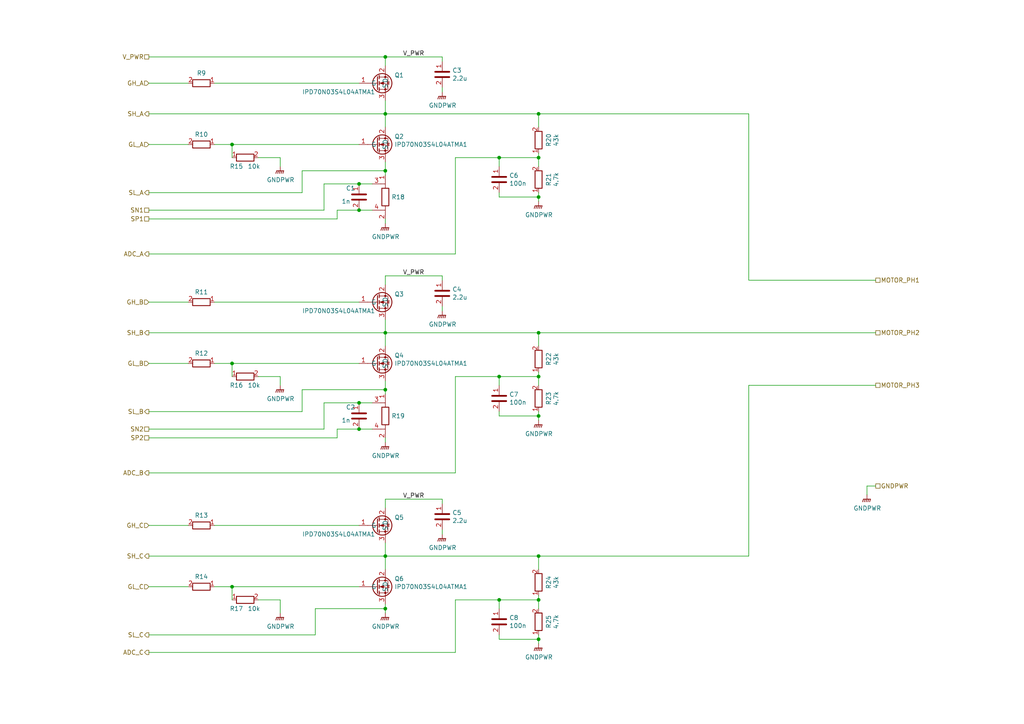
<source format=kicad_sch>
(kicad_sch (version 20211123) (generator eeschema)
  (paper "A4")
  (title_block (title "ESC Brushless - MOS power stage") (date "2021-02-09") (rev "1.0"))
  (lib_symbols
    (symbol "p_Passive:C_0603" (pin_names (offset 0) hide)
      (property "Reference" "C" (at 0 0 0))
      (property "Value" "C_0603" (at 0 0 0))
      (symbol "C_0603_1_1"
        (polyline (pts (xy -2.032 -0.762) (xy 2.032 -0.762)) (stroke (width 0.508)))
        (polyline (pts (xy -2.032 0.762) (xy 2.032 0.762)) (stroke (width 0.508)))
        (pin passive line (at 0 3.81 270) (length 2.794) (name "~") (number "1"))
        (pin passive line (at 0 -3.81 90) (length 2.794) (name "~") (number "2"))
      )
    )
    (symbol "p_Passive:C_0805" (pin_names (offset 0) hide)
      (property "Reference" "C" (at 0 0 0))
      (property "Value" "C_0805" (at 0 0 0))
      (symbol "C_0805_1_1"
        (polyline (pts (xy -2.032 -0.762) (xy 2.032 -0.762)) (stroke (width 0.508)))
        (polyline (pts (xy -2.032 0.762) (xy 2.032 0.762)) (stroke (width 0.508)))
        (pin passive line (at 0 3.81 270) (length 2.794) (name "~") (number "1"))
        (pin passive line (at 0 -3.81 90) (length 2.794) (name "~") (number "2"))
      )
    )
    (symbol "p_Passive:C_1210" (pin_names (offset 0) hide)
      (property "Reference" "C" (at 0 0 0))
      (property "Value" "C_1210" (at 0 0 0))
      (symbol "C_1210_1_1"
        (polyline (pts (xy -2.032 -0.762) (xy 2.032 -0.762)) (stroke (width 0.508)))
        (polyline (pts (xy -2.032 0.762) (xy 2.032 0.762)) (stroke (width 0.508)))
        (pin passive line (at 0 3.81 270) (length 2.794) (name "~") (number "1"))
        (pin passive line (at 0 -3.81 90) (length 2.794) (name "~") (number "2"))
      )
    )
    (symbol "p_Passive:R_0603" (pin_names (offset 0) hide)
      (property "Reference" "R" (at 0 0 0))
      (property "Value" "R_0603" (at 0 0 0))
      (symbol "R_0603_1_1"
        (rectangle (start -1.016 -2.54) (end 1.016 2.54) (stroke (width 0.254)))
        (pin passive line (at 0 3.81 270) (length 1.27) (name "~") (number "1"))
        (pin passive line (at 0 -3.81 90) (length 1.27) (name "~") (number "2"))
      )
    )
    (symbol "p_Passive:R_shunt_2512" (pin_names (offset 1.016))
      (property "Reference" "R" (at 0 0 0))
      (property "Value" "R_shunt_2512" (at 0 0 0))
      (symbol "R_shunt_2512_0_1"
        (polyline (pts (xy -1.27 -3.81) (xy 0 -3.81)))
        (polyline (pts (xy -1.27 3.81) (xy 0 3.81)))
        (polyline (pts (xy 0 -5.08) (xy 0 -2.54)))
        (polyline (pts (xy 0 5.08) (xy 0 2.54) (xy 0 3.81)))
      )
      (symbol "R_shunt_2512_1_1"
        (rectangle (start -1.016 -2.54) (end 1.016 2.54) (stroke (width 0.254)))
        (pin passive line (at 0 6.35 270) (length 1.27) (name "~") (number "1"))
        (pin passive line (at 0 -6.35 90) (length 1.27) (name "~") (number "2"))
        (pin passive line (at -3.81 3.81 0) (length 2.54) (name "~") (number "3"))
        (pin passive line (at -3.81 -3.81 0) (length 2.54) (name "~") (number "4"))
      )
    )
    (symbol "p_Transistor_FET:IPD70N03S4L04ATMA1" (pin_names (offset 1.016))
      (property "Reference" "Q" (at 6.35 2.54 0))
      (property "Value" "IPD70N03S4L04ATMA1" (at 13.97 0 0))
      (property "Spice_Netlist_Enabled" "N" (at 6.35 2.54 0))
      (symbol "IPD70N03S4L04ATMA1_1_1"
        (polyline (pts (xy 0.254 0) (xy -2.54 0)))
        (polyline (pts (xy 0.254 1.905) (xy 0.254 -1.905)) (stroke (width 0.254)))
        (polyline (pts (xy 0.762 -1.27) (xy 0.762 -2.286)) (stroke (width 0.254)))
        (polyline (pts (xy 0.762 0.508) (xy 0.762 -0.508)) (stroke (width 0.254)))
        (polyline (pts (xy 0.762 2.286) (xy 0.762 1.27)) (stroke (width 0.254)))
        (polyline (pts (xy 2.54 2.54) (xy 2.54 1.778)))
        (polyline (pts (xy 2.54 -2.54) (xy 2.54 0) (xy 0.762 0)))
        (polyline (pts (xy 0.762 -1.778) (xy 3.302 -1.778) (xy 3.302 1.778) (xy 0.762 1.778)))
        (polyline (pts (xy 1.016 0) (xy 2.032 0.381) (xy 2.032 -0.381) (xy 1.016 0)) (fill (type outline)))
        (polyline (pts (xy 2.794 0.508) (xy 2.921 0.381) (xy 3.683 0.381) (xy 3.81 0.254)))
        (polyline (pts (xy 3.302 0.381) (xy 2.921 -0.254) (xy 3.683 -0.254) (xy 3.302 0.381)))
        (circle (center 1.651 0) (radius 2.794) (stroke (width 0.254)))
        (circle (center 2.54 -1.778) (radius 0.254) (fill (type outline)))
        (circle (center 2.54 1.778) (radius 0.254) (fill (type outline)))
        (pin input line (at -5.08 0 0) (length 2.54) (name "G") (number "1"))
        (pin passive line (at 2.54 5.08 270) (length 2.54) (name "D") (number "2"))
        (pin passive line (at 2.54 -5.08 90) (length 2.54) (name "S") (number "3"))
      )
    )
    (symbol "power:GNDPWR" (power) (pin_names (offset 0))
      (property "Value" "GNDPWR" (at 0 -3.302 0))
      (symbol "GNDPWR_0_1"
        (polyline (pts (xy 0 -1.27) (xy 0 0)))
        (polyline (pts (xy -1.016 -1.27) (xy -1.27 -2.032) (xy -1.27 -2.032)) (stroke (width 0.2032)))
        (polyline (pts (xy -0.508 -1.27) (xy -0.762 -2.032) (xy -0.762 -2.032)) (stroke (width 0.2032)))
        (polyline (pts (xy 0 -1.27) (xy -0.254 -2.032) (xy -0.254 -2.032)) (stroke (width 0.2032)))
        (polyline (pts (xy 0.508 -1.27) (xy 0.254 -2.032) (xy 0.254 -2.032)) (stroke (width 0.2032)))
        (polyline (pts (xy 1.016 -1.27) (xy -1.016 -1.27) (xy -1.016 -1.27)) (stroke (width 0.2032)))
        (polyline (pts (xy 1.016 -1.27) (xy 0.762 -2.032) (xy 0.762 -2.032) (xy 0.762 -2.032)) (stroke (width 0.2032)))
      )
      (symbol "GNDPWR_1_1"
        (pin power_in line (at 0 0 270) (length 0) hide (name "GNDPWR") (number "1"))
      )
    )
  )
  (junction (at 156.21 96.52))
  (junction (at 156.21 161.29))
  (junction (at 156.21 33.02))
  (junction (at 67.31 170.18))
  (junction (at 111.76 16.51))
  (junction (at 156.21 45.72))
  (junction (at 111.76 33.02))
  (junction (at 104.14 53.34))
  (junction (at 156.21 109.22))
  (junction (at 144.78 109.22))
  (junction (at 156.21 185.42))
  (junction (at 111.76 113.03))
  (junction (at 156.21 173.99))
  (junction (at 104.14 116.84))
  (junction (at 111.76 96.52))
  (junction (at 104.14 124.46))
  (junction (at 156.21 57.15))
  (junction (at 144.78 45.72))
  (junction (at 156.21 120.65))
  (junction (at 144.78 173.99))
  (junction (at 111.76 49.53))
  (junction (at 111.76 176.53))
  (junction (at 67.31 105.41))
  (junction (at 104.14 60.96))
  (junction (at 67.31 41.91))
  (junction (at 111.76 161.29))
  (wire (pts (xy 111.76 113.03) (xy 87.63 113.03)))
  (wire (pts (xy 217.17 111.76) (xy 217.17 161.29)))
  (wire (pts (xy 43.18 124.46) (xy 93.98 124.46)))
  (wire (pts (xy 111.76 63.5) (xy 111.76 64.77)))
  (wire (pts (xy 144.78 55.88) (xy 144.78 57.15)))
  (wire (pts (xy 156.21 44.45) (xy 156.21 45.72)))
  (wire (pts (xy 74.93 109.22) (xy 81.28 109.22)))
  (wire (pts (xy 111.76 80.01) (xy 111.76 82.55)))
  (wire (pts (xy 107.95 124.46) (xy 104.14 124.46)))
  (wire (pts (xy 67.31 170.18) (xy 104.14 170.18)))
  (wire (pts (xy 67.31 109.22) (xy 67.31 105.41)))
  (wire (pts (xy 156.21 57.15) (xy 156.21 55.88)))
  (wire (pts (xy 144.78 119.38) (xy 144.78 120.65)))
  (wire (pts (xy 128.27 81.28) (xy 128.27 80.01)))
  (wire (pts (xy 43.18 105.41) (xy 54.61 105.41)))
  (wire (pts (xy 144.78 185.42) (xy 156.21 185.42)))
  (wire (pts (xy 111.76 157.48) (xy 111.76 161.29)))
  (wire (pts (xy 156.21 107.95) (xy 156.21 109.22)))
  (wire (pts (xy 93.98 116.84) (xy 104.14 116.84)))
  (wire (pts (xy 254 140.97) (xy 251.46 140.97)))
  (wire (pts (xy 128.27 153.67) (xy 128.27 154.94)))
  (wire (pts (xy 111.76 165.1) (xy 111.76 161.29)))
  (wire (pts (xy 132.08 189.23) (xy 132.08 173.99)))
  (wire (pts (xy 128.27 146.05) (xy 128.27 144.78)))
  (wire (pts (xy 43.18 152.4) (xy 54.61 152.4)))
  (wire (pts (xy 93.98 124.46) (xy 93.98 116.84)))
  (wire (pts (xy 74.93 173.99) (xy 81.28 173.99)))
  (wire (pts (xy 144.78 109.22) (xy 156.21 109.22)))
  (wire (pts (xy 81.28 173.99) (xy 81.28 177.8)))
  (wire (pts (xy 156.21 165.1) (xy 156.21 161.29)))
  (wire (pts (xy 43.18 87.63) (xy 54.61 87.63)))
  (wire (pts (xy 111.76 144.78) (xy 128.27 144.78)))
  (wire (pts (xy 156.21 173.99) (xy 156.21 176.53)))
  (wire (pts (xy 62.23 41.91) (xy 67.31 41.91)))
  (wire (pts (xy 43.18 184.15) (xy 91.44 184.15)))
  (wire (pts (xy 144.78 111.76) (xy 144.78 109.22)))
  (wire (pts (xy 111.76 176.53) (xy 91.44 176.53)))
  (wire (pts (xy 111.76 96.52) (xy 156.21 96.52)))
  (wire (pts (xy 43.18 170.18) (xy 54.61 170.18)))
  (wire (pts (xy 156.21 57.15) (xy 156.21 58.42)))
  (wire (pts (xy 43.18 33.02) (xy 111.76 33.02)))
  (wire (pts (xy 111.76 29.21) (xy 111.76 33.02)))
  (wire (pts (xy 111.76 175.26) (xy 111.76 176.53)))
  (wire (pts (xy 156.21 161.29) (xy 217.17 161.29)))
  (wire (pts (xy 62.23 87.63) (xy 104.14 87.63)))
  (wire (pts (xy 104.14 116.84) (xy 107.95 116.84)))
  (wire (pts (xy 97.79 127) (xy 97.79 124.46)))
  (wire (pts (xy 111.76 100.33) (xy 111.76 96.52)))
  (wire (pts (xy 111.76 33.02) (xy 156.21 33.02)))
  (wire (pts (xy 111.76 36.83) (xy 111.76 33.02)))
  (wire (pts (xy 144.78 48.26) (xy 144.78 45.72)))
  (wire (pts (xy 156.21 96.52) (xy 254 96.52)))
  (wire (pts (xy 156.21 172.72) (xy 156.21 173.99)))
  (wire (pts (xy 43.18 161.29) (xy 111.76 161.29)))
  (wire (pts (xy 62.23 24.13) (xy 104.14 24.13)))
  (wire (pts (xy 156.21 33.02) (xy 217.17 33.02)))
  (wire (pts (xy 111.76 110.49) (xy 111.76 113.03)))
  (wire (pts (xy 251.46 140.97) (xy 251.46 143.51)))
  (wire (pts (xy 104.14 53.34) (xy 107.95 53.34)))
  (wire (pts (xy 156.21 36.83) (xy 156.21 33.02)))
  (wire (pts (xy 111.76 161.29) (xy 156.21 161.29)))
  (wire (pts (xy 43.18 60.96) (xy 93.98 60.96)))
  (wire (pts (xy 111.76 80.01) (xy 128.27 80.01)))
  (wire (pts (xy 217.17 81.28) (xy 254 81.28)))
  (wire (pts (xy 111.76 92.71) (xy 111.76 96.52)))
  (wire (pts (xy 87.63 49.53) (xy 87.63 55.88)))
  (wire (pts (xy 67.31 105.41) (xy 104.14 105.41)))
  (wire (pts (xy 104.14 60.96) (xy 107.95 60.96)))
  (wire (pts (xy 43.18 127) (xy 97.79 127)))
  (wire (pts (xy 67.31 41.91) (xy 104.14 41.91)))
  (wire (pts (xy 144.78 45.72) (xy 132.08 45.72)))
  (wire (pts (xy 43.18 96.52) (xy 111.76 96.52)))
  (wire (pts (xy 43.18 137.16) (xy 132.08 137.16)))
  (wire (pts (xy 43.18 41.91) (xy 54.61 41.91)))
  (wire (pts (xy 81.28 109.22) (xy 81.28 111.76)))
  (wire (pts (xy 156.21 120.65) (xy 156.21 119.38)))
  (wire (pts (xy 43.18 63.5) (xy 97.79 63.5)))
  (wire (pts (xy 87.63 119.38) (xy 43.18 119.38)))
  (wire (pts (xy 67.31 45.72) (xy 67.31 41.91)))
  (wire (pts (xy 111.76 176.53) (xy 111.76 177.8)))
  (wire (pts (xy 128.27 17.78) (xy 128.27 16.51)))
  (wire (pts (xy 144.78 173.99) (xy 132.08 173.99)))
  (wire (pts (xy 156.21 109.22) (xy 156.21 111.76)))
  (wire (pts (xy 43.18 55.88) (xy 87.63 55.88)))
  (wire (pts (xy 128.27 88.9) (xy 128.27 90.17)))
  (wire (pts (xy 144.78 176.53) (xy 144.78 173.99)))
  (wire (pts (xy 93.98 53.34) (xy 93.98 60.96)))
  (wire (pts (xy 93.98 53.34) (xy 104.14 53.34)))
  (wire (pts (xy 111.76 49.53) (xy 87.63 49.53)))
  (wire (pts (xy 62.23 105.41) (xy 67.31 105.41)))
  (wire (pts (xy 156.21 185.42) (xy 156.21 184.15)))
  (wire (pts (xy 144.78 57.15) (xy 156.21 57.15)))
  (wire (pts (xy 144.78 184.15) (xy 144.78 185.42)))
  (wire (pts (xy 43.18 189.23) (xy 132.08 189.23)))
  (wire (pts (xy 111.76 114.3) (xy 111.76 113.03)))
  (wire (pts (xy 111.76 16.51) (xy 43.18 16.51)))
  (wire (pts (xy 74.93 45.72) (xy 81.28 45.72)))
  (wire (pts (xy 111.76 16.51) (xy 111.76 19.05)))
  (wire (pts (xy 156.21 100.33) (xy 156.21 96.52)))
  (wire (pts (xy 217.17 33.02) (xy 217.17 81.28)))
  (wire (pts (xy 132.08 45.72) (xy 132.08 73.66)))
  (wire (pts (xy 156.21 120.65) (xy 156.21 121.92)))
  (wire (pts (xy 43.18 73.66) (xy 132.08 73.66)))
  (wire (pts (xy 43.18 24.13) (xy 54.61 24.13)))
  (wire (pts (xy 144.78 45.72) (xy 156.21 45.72)))
  (wire (pts (xy 111.76 50.8) (xy 111.76 49.53)))
  (wire (pts (xy 62.23 170.18) (xy 67.31 170.18)))
  (wire (pts (xy 144.78 173.99) (xy 156.21 173.99)))
  (wire (pts (xy 67.31 173.99) (xy 67.31 170.18)))
  (wire (pts (xy 156.21 185.42) (xy 156.21 186.69)))
  (wire (pts (xy 132.08 109.22) (xy 132.08 137.16)))
  (wire (pts (xy 97.79 60.96) (xy 104.14 60.96)))
  (wire (pts (xy 156.21 45.72) (xy 156.21 48.26)))
  (wire (pts (xy 81.28 45.72) (xy 81.28 48.26)))
  (wire (pts (xy 254 111.76) (xy 217.17 111.76)))
  (wire (pts (xy 87.63 113.03) (xy 87.63 119.38)))
  (wire (pts (xy 111.76 16.51) (xy 128.27 16.51)))
  (wire (pts (xy 144.78 109.22) (xy 132.08 109.22)))
  (wire (pts (xy 111.76 127) (xy 111.76 128.27)))
  (wire (pts (xy 62.23 152.4) (xy 104.14 152.4)))
  (wire (pts (xy 144.78 120.65) (xy 156.21 120.65)))
  (wire (pts (xy 128.27 25.4) (xy 128.27 26.67)))
  (wire (pts (xy 97.79 124.46) (xy 104.14 124.46)))
  (wire (pts (xy 111.76 144.78) (xy 111.76 147.32)))
  (wire (pts (xy 91.44 176.53) (xy 91.44 184.15)))
  (wire (pts (xy 97.79 60.96) (xy 97.79 63.5)))
  (wire (pts (xy 111.76 46.99) (xy 111.76 49.53)))
  (label "V_PWR" (at 116.84 16.51 0))
  (label "V_PWR" (at 116.84 144.78 0))
  (label "V_PWR" (at 116.84 80.01 0))
  (hierarchical_label "SH_C" (shape output) (at 43.18 161.29 180))
  (hierarchical_label "SH_A" (shape output) (at 43.18 33.02 180))
  (hierarchical_label "MOTOR_PH1" (shape passive) (at 254 81.28 0))
  (hierarchical_label "GL_C" (shape input) (at 43.18 170.18 180))
  (hierarchical_label "MOTOR_PH2" (shape passive) (at 254 96.52 0))
  (hierarchical_label "GH_B" (shape input) (at 43.18 87.63 180))
  (hierarchical_label "V_PWR" (shape passive) (at 43.18 16.51 180))
  (hierarchical_label "GL_B" (shape input) (at 43.18 105.41 180))
  (hierarchical_label "SN1" (shape passive) (at 43.18 60.96 180))
  (hierarchical_label "SL_C" (shape output) (at 43.18 184.15 180))
  (hierarchical_label "GH_A" (shape input) (at 43.18 24.13 180))
  (hierarchical_label "GL_A" (shape input) (at 43.18 41.91 180))
  (hierarchical_label "ADC_A" (shape output) (at 43.18 73.66 180))
  (hierarchical_label "SP1" (shape passive) (at 43.18 63.5 180))
  (hierarchical_label "ADC_B" (shape output) (at 43.18 137.16 180))
  (hierarchical_label "SH_B" (shape output) (at 43.18 96.52 180))
  (hierarchical_label "SL_B" (shape output) (at 43.18 119.38 180))
  (hierarchical_label "GH_C" (shape input) (at 43.18 152.4 180))
  (hierarchical_label "MOTOR_PH3" (shape passive) (at 254 111.76 0))
  (hierarchical_label "SP2" (shape passive) (at 43.18 127 180))
  (hierarchical_label "SN2" (shape passive) (at 43.18 124.46 180))
  (hierarchical_label "GNDPWR" (shape passive) (at 254 140.97 0))
  (hierarchical_label "ADC_C" (shape output) (at 43.18 189.23 180))
  (hierarchical_label "SL_A" (shape output) (at 43.18 55.88 180))
  (symbol (lib_id "p_Passive:R_0603") (at 58.42 24.13 270) (unit 1)
    (property "Reference" "R9" (at 58.42 21.209 90))
    (property "Value" "R_0603" (effects hide))
    (property "Footprint" "p_Package_Resistor_SMD:R_0603_1608Metric_Pad0.98x0.95mm_HandSolder" (effects hide))
  )
  (symbol (lib_id "p_Passive:R_0603") (at 58.42 41.91 270) (unit 1)
    (property "Reference" "R10" (at 58.42 38.989 90))
    (property "Value" "R_0603" (effects hide))
    (property "Footprint" "p_Package_Resistor_SMD:R_0603_1608Metric_Pad0.98x0.95mm_HandSolder" (effects hide))
  )
  (symbol (lib_id "p_Passive:R_0603") (at 71.12 45.72 90) (unit 1)
    (property "Reference" "R15" (at 68.58 48.26 90))
    (property "Value" "10k" (at 73.66 48.26 90))
    (property "Footprint" "p_Package_Resistor_SMD:R_0603_1608Metric_Pad0.98x0.95mm_HandSolder" (effects hide))
  )
  (symbol (lib_id "p_Passive:R_0603") (at 58.42 87.63 270) (unit 1)
    (property "Reference" "R11" (at 58.42 84.709 90))
    (property "Value" "R_0603" (effects hide))
    (property "Footprint" "p_Package_Resistor_SMD:R_0603_1608Metric_Pad0.98x0.95mm_HandSolder" (effects hide))
  )
  (symbol (lib_id "p_Passive:R_0603") (at 58.42 105.41 270) (unit 1)
    (property "Reference" "R12" (at 58.42 102.489 90))
    (property "Value" "R_0603" (effects hide))
    (property "Footprint" "p_Package_Resistor_SMD:R_0603_1608Metric_Pad0.98x0.95mm_HandSolder" (effects hide))
  )
  (symbol (lib_id "p_Passive:R_0603") (at 71.12 109.22 90) (unit 1)
    (property "Reference" "R16" (at 68.58 111.76 90))
    (property "Value" "10k" (at 73.66 111.76 90))
    (property "Footprint" "p_Package_Resistor_SMD:R_0603_1608Metric_Pad0.98x0.95mm_HandSolder" (effects hide))
  )
  (symbol (lib_id "p_Passive:R_0603") (at 58.42 152.4 270) (unit 1)
    (property "Reference" "R13" (at 58.42 149.479 90))
    (property "Value" "R_0603" (effects hide))
    (property "Footprint" "p_Package_Resistor_SMD:R_0603_1608Metric_Pad0.98x0.95mm_HandSolder" (effects hide))
  )
  (symbol (lib_id "p_Passive:R_0603") (at 58.42 170.18 270) (unit 1)
    (property "Reference" "R14" (at 58.42 167.259 90))
    (property "Value" "R_0603" (effects hide))
    (property "Footprint" "p_Package_Resistor_SMD:R_0603_1608Metric_Pad0.98x0.95mm_HandSolder" (effects hide))
  )
  (symbol (lib_id "p_Passive:R_0603") (at 71.12 173.99 90) (unit 1)
    (property "Reference" "R17" (at 68.58 176.53 90))
    (property "Value" "10k" (at 73.66 176.53 90))
    (property "Footprint" "p_Package_Resistor_SMD:R_0603_1608Metric_Pad0.98x0.95mm_HandSolder" (effects hide))
  )
  (symbol (lib_id "power:GNDPWR") (at 111.76 177.8 0) (unit 1)
    (property "Reference" "#PWR021" (effects hide))
    (property "Value" "GNDPWR" (at 111.8616 181.7116 0))
  )
  (symbol (lib_id "power:GNDPWR") (at 81.28 177.8 0) (unit 1)
    (property "Reference" "#PWR017" (effects hide))
    (property "Value" "GNDPWR" (at 81.3816 181.7116 0))
  )
  (symbol (lib_id "power:GNDPWR") (at 128.27 154.94 0) (unit 1)
    (property "Reference" "#PWR024" (effects hide))
    (property "Value" "GNDPWR" (at 128.3716 158.8516 0))
  )
  (symbol (lib_id "p_Passive:C_1210") (at 128.27 149.86 0) (unit 1)
    (property "Reference" "C5" (at 131.191 148.6916 0) (effects (justify left)))
    (property "Value" "2.2u" (at 131.191 151.003 0) (effects (justify left)))
    (property "Footprint" "p_Package_Capacitor_SMD:C_1210_3225Metric_Pad1.33x2.70mm_HandSolder" (effects hide))
  )
  (symbol (lib_id "power:GNDPWR") (at 128.27 90.17 0) (unit 1)
    (property "Reference" "#PWR023" (effects hide))
    (property "Value" "GNDPWR" (at 128.3716 94.0816 0))
  )
  (symbol (lib_id "p_Passive:C_1210") (at 128.27 85.09 0) (unit 1)
    (property "Reference" "C4" (at 131.191 83.9216 0) (effects (justify left)))
    (property "Value" "2.2u" (at 131.191 86.233 0) (effects (justify left)))
    (property "Footprint" "p_Package_Capacitor_SMD:C_1210_3225Metric_Pad1.33x2.70mm_HandSolder" (effects hide))
  )
  (symbol (lib_id "p_Passive:R_0603") (at 156.21 168.91 180) (unit 1)
    (property "Reference" "R24" (at 159.131 168.91 90))
    (property "Value" "43k" (at 161.29 168.91 90))
    (property "Footprint" "p_Package_Resistor_SMD:R_0603_1608Metric_Pad0.98x0.95mm_HandSolder" (effects hide))
  )
  (symbol (lib_id "p_Passive:R_0603") (at 156.21 180.34 180) (unit 1)
    (property "Reference" "R25" (at 159.131 180.34 90))
    (property "Value" "4.7k" (at 161.29 180.34 90))
    (property "Footprint" "p_Package_Resistor_SMD:R_0603_1608Metric_Pad0.98x0.95mm_HandSolder" (effects hide))
  )
  (symbol (lib_id "power:GNDPWR") (at 156.21 186.69 0) (unit 1)
    (property "Reference" "#PWR027" (effects hide))
    (property "Value" "GNDPWR" (at 156.3116 190.6016 0))
  )
  (symbol (lib_id "p_Passive:C_0805") (at 144.78 180.34 0) (unit 1)
    (property "Reference" "C8" (at 147.701 179.1716 0) (effects (justify left)))
    (property "Value" "100n" (at 147.701 181.483 0) (effects (justify left)))
    (property "Footprint" "p_Package_Capacitor_SMD:C_0805_2012Metric_Pad1.18x1.45mm_HandSolder" (effects hide))
  )
  (symbol (lib_id "power:GNDPWR") (at 128.27 26.67 0) (unit 1)
    (property "Reference" "#PWR022" (effects hide))
    (property "Value" "GNDPWR" (at 128.3716 30.5816 0))
  )
  (symbol (lib_id "p_Passive:C_1210") (at 128.27 21.59 0) (unit 1)
    (property "Reference" "C3" (at 131.191 20.4216 0) (effects (justify left)))
    (property "Value" "2.2u" (at 131.191 22.733 0) (effects (justify left)))
    (property "Footprint" "p_Package_Capacitor_SMD:C_1210_3225Metric_Pad1.33x2.70mm_HandSolder" (effects hide))
  )
  (symbol (lib_id "power:GNDPWR") (at 81.28 48.26 0) (unit 1)
    (property "Reference" "#PWR015" (effects hide))
    (property "Value" "GNDPWR" (at 81.3816 52.1716 0))
  )
  (symbol (lib_id "power:GNDPWR") (at 111.76 128.27 0) (unit 1)
    (property "Reference" "#PWR020" (effects hide))
    (property "Value" "GNDPWR" (at 111.8616 132.1816 0))
  )
  (symbol (lib_id "p_Passive:C_0603") (at 104.14 120.65 0) (unit 1)
    (property "Reference" "C2" (at 100.33 118.11 0) (effects (justify left)))
    (property "Value" "1n" (at 99.06 121.92 0) (effects (justify left)))
    (property "Footprint" "p_Package_Capacitor_SMD:C_0603_1608Metric_Pad1.08x0.95mm_HandSolder" (effects hide))
  )
  (symbol (lib_id "power:GNDPWR") (at 81.28 111.76 0) (unit 1)
    (property "Reference" "#PWR016" (effects hide))
    (property "Value" "GNDPWR" (at 81.3816 115.6716 0))
  )
  (symbol (lib_id "p_Passive:R_0603") (at 156.21 104.14 180) (unit 1)
    (property "Reference" "R22" (at 159.131 104.14 90))
    (property "Value" "43k" (at 161.29 104.14 90))
    (property "Footprint" "p_Package_Resistor_SMD:R_0603_1608Metric_Pad0.98x0.95mm_HandSolder" (effects hide))
  )
  (symbol (lib_id "p_Passive:R_0603") (at 156.21 115.57 180) (unit 1)
    (property "Reference" "R23" (at 159.131 115.57 90))
    (property "Value" "4.7k" (at 161.29 115.57 90))
    (property "Footprint" "p_Package_Resistor_SMD:R_0603_1608Metric_Pad0.98x0.95mm_HandSolder" (effects hide))
  )
  (symbol (lib_id "power:GNDPWR") (at 156.21 121.92 0) (unit 1)
    (property "Reference" "#PWR026" (effects hide))
    (property "Value" "GNDPWR" (at 156.3116 125.8316 0))
  )
  (symbol (lib_id "p_Passive:C_0805") (at 144.78 115.57 0) (unit 1)
    (property "Reference" "C7" (at 147.701 114.4016 0) (effects (justify left)))
    (property "Value" "100n" (at 147.701 116.713 0) (effects (justify left)))
    (property "Footprint" "p_Package_Capacitor_SMD:C_0805_2012Metric_Pad1.18x1.45mm_HandSolder" (effects hide))
  )
  (symbol (lib_id "p_Passive:R_0603") (at 156.21 40.64 180) (unit 1)
    (property "Reference" "R20" (at 159.131 40.64 90))
    (property "Value" "43k" (at 161.29 40.64 90))
    (property "Footprint" "p_Package_Resistor_SMD:R_0603_1608Metric_Pad0.98x0.95mm_HandSolder" (effects hide))
  )
  (symbol (lib_id "p_Passive:R_0603") (at 156.21 52.07 180) (unit 1)
    (property "Reference" "R21" (at 159.131 52.07 90))
    (property "Value" "4.7k" (at 161.29 52.07 90))
    (property "Footprint" "p_Package_Resistor_SMD:R_0603_1608Metric_Pad0.98x0.95mm_HandSolder" (effects hide))
  )
  (symbol (lib_id "power:GNDPWR") (at 156.21 58.42 0) (unit 1)
    (property "Reference" "#PWR025" (effects hide))
    (property "Value" "GNDPWR" (at 156.3116 62.3316 0))
  )
  (symbol (lib_id "p_Passive:C_0805") (at 144.78 52.07 0) (unit 1)
    (property "Reference" "C6" (at 147.701 50.9016 0) (effects (justify left)))
    (property "Value" "100n" (at 147.701 53.213 0) (effects (justify left)))
    (property "Footprint" "p_Package_Capacitor_SMD:C_0805_2012Metric_Pad1.18x1.45mm_HandSolder" (effects hide))
  )
  (symbol (lib_id "power:GNDPWR") (at 251.46 143.51 0) (unit 1)
    (property "Reference" "#PWR028" (effects hide))
    (property "Value" "GNDPWR" (at 251.5616 147.4216 0))
  )
  (symbol (lib_id "p_Passive:R_shunt_2512") (at 111.76 120.65 0) (unit 1)
    (property "Reference" "R19" (at 113.538 120.65 0) (effects (justify left)))
    (property "Value" "R_shunt_2512" (effects hide))
    (property "Footprint" "p_Package_Resistor_SMD:R_2512_6332Metric_shunt" (effects hide))
  )
  (symbol (lib_id "power:GNDPWR") (at 111.76 64.77 0) (unit 1)
    (property "Reference" "#PWR0110" (effects hide))
    (property "Value" "GNDPWR" (at 111.8616 68.6816 0))
  )
  (symbol (lib_id "p_Passive:R_shunt_2512") (at 111.76 57.15 0) (unit 1)
    (property "Reference" "R18" (at 113.538 57.15 0) (effects (justify left)))
    (property "Value" "R_shunt_2512" (effects hide))
    (property "Footprint" "p_Package_Resistor_SMD:R_2512_6332Metric_shunt" (effects hide))
  )
  (symbol (lib_id "p_Passive:C_0603") (at 104.14 57.15 0) (unit 1)
    (property "Reference" "C1" (at 100.33 54.61 0) (effects (justify left)))
    (property "Value" "1n" (at 99.06 58.42 0) (effects (justify left)))
    (property "Footprint" "p_Package_Capacitor_SMD:C_0603_1608Metric_Pad1.08x0.95mm_HandSolder" (effects hide))
  )
  (symbol (lib_id "p_Transistor_FET:IPD70N03S4L04ATMA1") (at 109.22 41.91 0) (unit 1)
    (property "Reference" "Q2" (at 114.4016 39.5986 0) (effects (justify left)))
    (property "Value" "IPD70N03S4L04ATMA1" (at 114.4016 41.91 0) (effects (justify left)))
    (property "Footprint" "p_Package_TO_SMD:TO-252-pin_1_3_TabPin2" (effects hide))
    (property "Datasheet" "${KI_PERSO_COMPLIB}/datasheets/p_Transistor_FET/Infineon-IPD70N03S4L-04.pdf" (effects hide))
    (property "Spice_Primitive" "X" (effects hide))
    (property "Spice_Model" "IPD70N03S4L_04" (effects hide))
    (property "Spice_Netlist_Enabled" "N" (at 114.4016 44.2214 0) (effects (justify left)))
    (property "Spice_Lib_File" "/home/stephaneamans/dev/github_sa/kicad_hardware_library/components_library/spice_model/p_Transistor_FET/OptiMOS4_30V.lib" (effects hide))
    (property "Spice_Node_Sequence" "2 1 3" (effects hide))
  )
  (symbol (lib_id "p_Transistor_FET:IPD70N03S4L04ATMA1") (at 109.22 24.13 0) (unit 1)
    (property "Reference" "Q1" (at 114.4016 21.8186 0) (effects (justify left)))
    (property "Value" "IPD70N03S4L04ATMA1" (at 87.63 26.67 0) (effects (justify left)))
    (property "Footprint" "p_Package_TO_SMD:TO-252-pin_1_3_TabPin2" (effects hide))
    (property "Datasheet" "${KI_PERSO_COMPLIB}/datasheets/p_Transistor_FET/Infineon-IPD70N03S4L-04.pdf" (effects hide))
    (property "Spice_Primitive" "X" (effects hide))
    (property "Spice_Model" "IPD70N03S4L_04" (effects hide))
    (property "Spice_Netlist_Enabled" "N" (at 114.4016 26.4414 0) (effects (justify left)))
    (property "Spice_Lib_File" "/home/stephaneamans/dev/github_sa/kicad_hardware_library/components_library/spice_model/p_Transistor_FET/OptiMOS4_30V.lib" (effects hide))
    (property "Spice_Node_Sequence" "2 1 3" (effects hide))
  )
  (symbol (lib_id "p_Transistor_FET:IPD70N03S4L04ATMA1") (at 109.22 87.63 0) (unit 1)
    (property "Reference" "Q3" (at 114.4016 85.3186 0) (effects (justify left)))
    (property "Value" "IPD70N03S4L04ATMA1" (at 87.63 90.17 0) (effects (justify left)))
    (property "Footprint" "p_Package_TO_SMD:TO-252-pin_1_3_TabPin2" (effects hide))
    (property "Datasheet" "${KI_PERSO_COMPLIB}/datasheets/p_Transistor_FET/Infineon-IPD70N03S4L-04.pdf" (effects hide))
    (property "Spice_Primitive" "X" (effects hide))
    (property "Spice_Model" "IPD70N03S4L_04" (effects hide))
    (property "Spice_Netlist_Enabled" "N" (at 114.4016 89.9414 0) (effects (justify left)))
    (property "Spice_Lib_File" "/home/stephaneamans/dev/github_sa/kicad_hardware_library/components_library/spice_model/p_Transistor_FET/OptiMOS4_30V.lib" (effects hide))
    (property "Spice_Node_Sequence" "2 1 3" (effects hide))
  )
  (symbol (lib_id "p_Transistor_FET:IPD70N03S4L04ATMA1") (at 109.22 105.41 0) (unit 1)
    (property "Reference" "Q4" (at 114.4016 103.0986 0) (effects (justify left)))
    (property "Value" "IPD70N03S4L04ATMA1" (at 114.4016 105.41 0) (effects (justify left)))
    (property "Footprint" "p_Package_TO_SMD:TO-252-pin_1_3_TabPin2" (effects hide))
    (property "Datasheet" "${KI_PERSO_COMPLIB}/datasheets/p_Transistor_FET/Infineon-IPD70N03S4L-04.pdf" (effects hide))
    (property "Spice_Primitive" "X" (effects hide))
    (property "Spice_Model" "IPD70N03S4L_04" (effects hide))
    (property "Spice_Netlist_Enabled" "N" (at 114.4016 107.7214 0) (effects (justify left)))
    (property "Spice_Lib_File" "/home/stephaneamans/dev/github_sa/kicad_hardware_library/components_library/spice_model/p_Transistor_FET/OptiMOS4_30V.lib" (effects hide))
    (property "Spice_Node_Sequence" "2 1 3" (effects hide))
  )
  (symbol (lib_id "p_Transistor_FET:IPD70N03S4L04ATMA1") (at 109.22 152.4 0) (unit 1)
    (property "Reference" "Q5" (at 114.4016 150.0886 0) (effects (justify left)))
    (property "Value" "IPD70N03S4L04ATMA1" (at 87.63 154.94 0) (effects (justify left)))
    (property "Footprint" "p_Package_TO_SMD:TO-252-pin_1_3_TabPin2" (effects hide))
    (property "Datasheet" "${KI_PERSO_COMPLIB}/datasheets/p_Transistor_FET/Infineon-IPD70N03S4L-04.pdf" (effects hide))
    (property "Spice_Primitive" "X" (effects hide))
    (property "Spice_Model" "IPD70N03S4L_04" (effects hide))
    (property "Spice_Netlist_Enabled" "N" (at 114.4016 154.7114 0) (effects (justify left)))
    (property "Spice_Lib_File" "/home/stephaneamans/dev/github_sa/kicad_hardware_library/components_library/spice_model/p_Transistor_FET/OptiMOS4_30V.lib" (effects hide))
    (property "Spice_Node_Sequence" "2 1 3" (effects hide))
  )
  (symbol (lib_id "p_Transistor_FET:IPD70N03S4L04ATMA1") (at 109.22 170.18 0) (unit 1)
    (property "Reference" "Q6" (at 114.4016 167.8686 0) (effects (justify left)))
    (property "Value" "IPD70N03S4L04ATMA1" (at 114.4016 170.18 0) (effects (justify left)))
    (property "Footprint" "p_Package_TO_SMD:TO-252-pin_1_3_TabPin2" (effects hide))
    (property "Datasheet" "${KI_PERSO_COMPLIB}/datasheets/p_Transistor_FET/Infineon-IPD70N03S4L-04.pdf" (effects hide))
    (property "Spice_Primitive" "X" (effects hide))
    (property "Spice_Model" "IPD70N03S4L_04" (effects hide))
    (property "Spice_Netlist_Enabled" "N" (at 114.4016 172.4914 0) (effects (justify left)))
    (property "Spice_Lib_File" "/home/stephaneamans/dev/github_sa/kicad_hardware_library/components_library/spice_model/p_Transistor_FET/OptiMOS4_30V.lib" (effects hide))
    (property "Spice_Node_Sequence" "2 1 3" (effects hide))
  )
)
</source>
